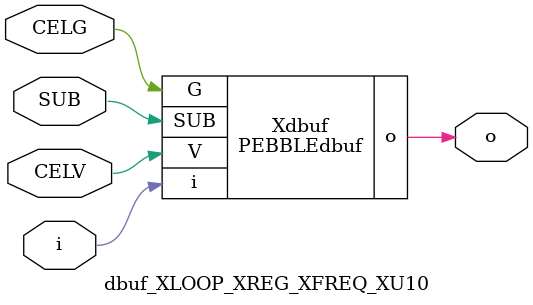
<source format=v>



module PEBBLEdbuf ( o, G, SUB, V, i );

  input V;
  input i;
  input G;
  output o;
  input SUB;
endmodule

//Celera Confidential Do Not Copy dbuf_XLOOP_XREG_XFREQ_XU10
//Celera Confidential Symbol Generator
//Digital Buffer
module dbuf_XLOOP_XREG_XFREQ_XU10 (CELV,CELG,i,o,SUB);
input CELV;
input CELG;
input i;
input SUB;
output o;

//Celera Confidential Do Not Copy dbuf
PEBBLEdbuf Xdbuf(
.V (CELV),
.i (i),
.o (o),
.SUB (SUB),
.G (CELG)
);
//,diesize,PEBBLEdbuf

//Celera Confidential Do Not Copy Module End
//Celera Schematic Generator
endmodule

</source>
